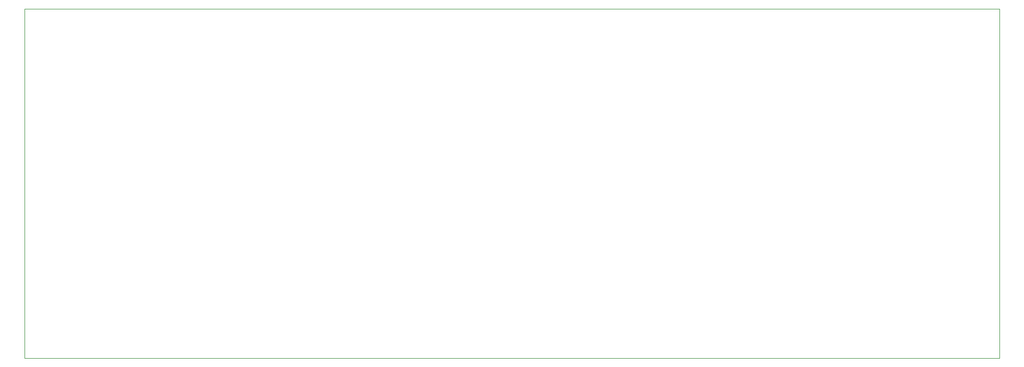
<source format=gbr>
%TF.GenerationSoftware,KiCad,Pcbnew,(5.1.9-0-10_14)*%
%TF.CreationDate,2023-05-03T15:09:17+02:00*%
%TF.ProjectId,IIsiPDSAdapter,49497369-5044-4534-9164-61707465722e,rev?*%
%TF.SameCoordinates,Original*%
%TF.FileFunction,Profile,NP*%
%FSLAX46Y46*%
G04 Gerber Fmt 4.6, Leading zero omitted, Abs format (unit mm)*
G04 Created by KiCad (PCBNEW (5.1.9-0-10_14)) date 2023-05-03 15:09:17*
%MOMM*%
%LPD*%
G01*
G04 APERTURE LIST*
%TA.AperFunction,Profile*%
%ADD10C,0.050000*%
%TD*%
G04 APERTURE END LIST*
D10*
X54900000Y-154700000D02*
X54900000Y-98000000D01*
X213000000Y-98000000D02*
X54900000Y-98000000D01*
X213000000Y-154700000D02*
X213000000Y-98000000D01*
X213000000Y-154700000D02*
X54900000Y-154700000D01*
M02*

</source>
